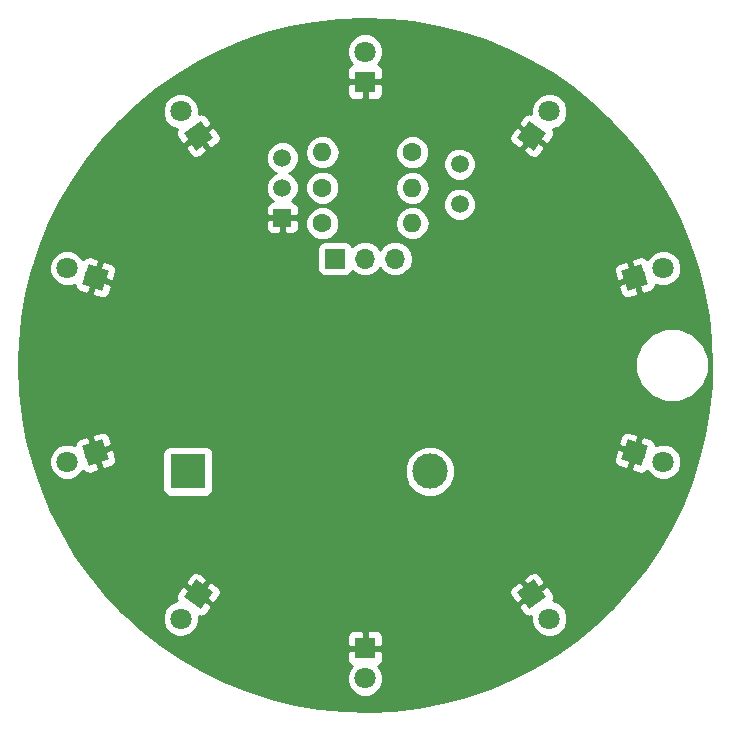
<source format=gtl>
G04 #@! TF.GenerationSoftware,KiCad,Pcbnew,(5.0.0)*
G04 #@! TF.CreationDate,2019-03-15T09:11:02+02:00*
G04 #@! TF.ProjectId,LED_badge,4C45445F62616467652E6B696361645F,rev?*
G04 #@! TF.SameCoordinates,Original*
G04 #@! TF.FileFunction,Copper,L1,Top,Signal*
G04 #@! TF.FilePolarity,Positive*
%FSLAX46Y46*%
G04 Gerber Fmt 4.6, Leading zero omitted, Abs format (unit mm)*
G04 Created by KiCad (PCBNEW (5.0.0)) date 03/15/19 09:11:02*
%MOMM*%
%LPD*%
G01*
G04 APERTURE LIST*
G04 #@! TA.AperFunction,ComponentPad*
%ADD10C,1.800000*%
G04 #@! TD*
G04 #@! TA.AperFunction,Conductor*
%ADD11C,0.100000*%
G04 #@! TD*
G04 #@! TA.AperFunction,ComponentPad*
%ADD12R,1.800000X1.800000*%
G04 #@! TD*
G04 #@! TA.AperFunction,ComponentPad*
%ADD13C,3.000000*%
G04 #@! TD*
G04 #@! TA.AperFunction,ComponentPad*
%ADD14R,3.000000X3.000000*%
G04 #@! TD*
G04 #@! TA.AperFunction,ComponentPad*
%ADD15C,1.500000*%
G04 #@! TD*
G04 #@! TA.AperFunction,ComponentPad*
%ADD16R,1.500000X1.500000*%
G04 #@! TD*
G04 #@! TA.AperFunction,ComponentPad*
%ADD17C,1.600000*%
G04 #@! TD*
G04 #@! TA.AperFunction,ComponentPad*
%ADD18O,1.600000X1.600000*%
G04 #@! TD*
G04 #@! TA.AperFunction,ComponentPad*
%ADD19R,1.700000X1.700000*%
G04 #@! TD*
G04 #@! TA.AperFunction,ComponentPad*
%ADD20O,1.700000X1.700000*%
G04 #@! TD*
G04 #@! TA.AperFunction,Conductor*
%ADD21C,0.254000*%
G04 #@! TD*
G04 APERTURE END LIST*
D10*
G04 #@! TO.P,D1,2*
G04 #@! TO.N,Net-(D1-Pad2)*
X152599821Y-58528689D03*
G04 #@! TO.P,D1,1*
G04 #@! TO.N,Net-(D1-Pad1)*
X151106846Y-60583592D03*
D11*
G04 #@! TD*
G04 #@! TO.N,Net-(D1-Pad1)*
G04 #@! TO.C,D1*
G36*
X151305955Y-61840714D02*
X149849724Y-60782701D01*
X150907737Y-59326470D01*
X152363968Y-60384483D01*
X151305955Y-61840714D01*
X151305955Y-61840714D01*
G37*
D10*
G04 #@! TO.P,D1,2*
G04 #@! TO.N,Net-(D1-Pad2)*
X162241040Y-71798689D03*
G04 #@! TO.P,D1,1*
G04 #@! TO.N,Net-(D1-Pad1)*
X159825356Y-72583592D03*
D11*
G04 #@! TD*
G04 #@! TO.N,Net-(D1-Pad1)*
G04 #@! TO.C,D1*
G36*
X159247520Y-73717658D02*
X158691290Y-72005756D01*
X160403192Y-71449526D01*
X160959422Y-73161428D01*
X159247520Y-73717658D01*
X159247520Y-73717658D01*
G37*
D10*
G04 #@! TO.P,D1,2*
G04 #@! TO.N,Net-(D1-Pad2)*
X162241040Y-88201311D03*
G04 #@! TO.P,D1,1*
G04 #@! TO.N,Net-(D1-Pad1)*
X159825356Y-87416408D03*
D11*
G04 #@! TD*
G04 #@! TO.N,Net-(D1-Pad1)*
G04 #@! TO.C,D1*
G36*
X158691290Y-87994244D02*
X159247520Y-86282342D01*
X160959422Y-86838572D01*
X160403192Y-88550474D01*
X158691290Y-87994244D01*
X158691290Y-87994244D01*
G37*
D10*
G04 #@! TO.P,D1,2*
G04 #@! TO.N,Net-(D1-Pad2)*
X152599821Y-101471311D03*
G04 #@! TO.P,D1,1*
G04 #@! TO.N,Net-(D1-Pad1)*
X151106846Y-99416408D03*
D11*
G04 #@! TD*
G04 #@! TO.N,Net-(D1-Pad1)*
G04 #@! TO.C,D1*
G36*
X149849724Y-99217299D02*
X151305955Y-98159286D01*
X152363968Y-99615517D01*
X150907737Y-100673530D01*
X149849724Y-99217299D01*
X149849724Y-99217299D01*
G37*
D10*
G04 #@! TO.P,D1,2*
G04 #@! TO.N,Net-(D1-Pad2)*
X137000000Y-106540000D03*
D12*
G04 #@! TO.P,D1,1*
G04 #@! TO.N,Net-(D1-Pad1)*
X137000000Y-104000000D03*
G04 #@! TD*
D10*
G04 #@! TO.P,D1,2*
G04 #@! TO.N,Net-(D1-Pad2)*
X121400179Y-101471311D03*
G04 #@! TO.P,D1,1*
G04 #@! TO.N,Net-(D1-Pad1)*
X122893154Y-99416408D03*
D11*
G04 #@! TD*
G04 #@! TO.N,Net-(D1-Pad1)*
G04 #@! TO.C,D1*
G36*
X122694045Y-98159286D02*
X124150276Y-99217299D01*
X123092263Y-100673530D01*
X121636032Y-99615517D01*
X122694045Y-98159286D01*
X122694045Y-98159286D01*
G37*
D10*
G04 #@! TO.P,D1,2*
G04 #@! TO.N,Net-(D1-Pad2)*
X111758960Y-88201311D03*
G04 #@! TO.P,D1,1*
G04 #@! TO.N,Net-(D1-Pad1)*
X114174644Y-87416408D03*
D11*
G04 #@! TD*
G04 #@! TO.N,Net-(D1-Pad1)*
G04 #@! TO.C,D1*
G36*
X114752480Y-86282342D02*
X115308710Y-87994244D01*
X113596808Y-88550474D01*
X113040578Y-86838572D01*
X114752480Y-86282342D01*
X114752480Y-86282342D01*
G37*
D10*
G04 #@! TO.P,D1,2*
G04 #@! TO.N,Net-(D1-Pad2)*
X111758960Y-71798689D03*
G04 #@! TO.P,D1,1*
G04 #@! TO.N,Net-(D1-Pad1)*
X114174644Y-72583592D03*
D11*
G04 #@! TD*
G04 #@! TO.N,Net-(D1-Pad1)*
G04 #@! TO.C,D1*
G36*
X115308710Y-72005756D02*
X114752480Y-73717658D01*
X113040578Y-73161428D01*
X113596808Y-71449526D01*
X115308710Y-72005756D01*
X115308710Y-72005756D01*
G37*
D10*
G04 #@! TO.P,D1,2*
G04 #@! TO.N,Net-(D1-Pad2)*
X121400179Y-58528689D03*
G04 #@! TO.P,D1,1*
G04 #@! TO.N,Net-(D1-Pad1)*
X122893154Y-60583592D03*
D11*
G04 #@! TD*
G04 #@! TO.N,Net-(D1-Pad1)*
G04 #@! TO.C,D1*
G36*
X124150276Y-60782701D02*
X122694045Y-61840714D01*
X121636032Y-60384483D01*
X123092263Y-59326470D01*
X124150276Y-60782701D01*
X124150276Y-60782701D01*
G37*
D13*
G04 #@! TO.P,BT1,2*
G04 #@! TO.N,Net-(BT1-Pad2)*
X142490000Y-89000000D03*
D14*
G04 #@! TO.P,BT1,1*
G04 #@! TO.N,Net-(BT1-Pad1)*
X122000000Y-89000000D03*
G04 #@! TD*
D15*
G04 #@! TO.P,Q1,2*
G04 #@! TO.N,Net-(Q1-Pad2)*
X130000000Y-65000000D03*
G04 #@! TO.P,Q1,3*
G04 #@! TO.N,Net-(BT1-Pad2)*
X130000000Y-62460000D03*
D16*
G04 #@! TO.P,Q1,1*
G04 #@! TO.N,Net-(D1-Pad1)*
X130000000Y-67540000D03*
G04 #@! TD*
D17*
G04 #@! TO.P,R1,1*
G04 #@! TO.N,Net-(R1-Pad1)*
X133380000Y-65000000D03*
D18*
G04 #@! TO.P,R1,2*
G04 #@! TO.N,Net-(R1-Pad2)*
X141000000Y-65000000D03*
G04 #@! TD*
D15*
G04 #@! TO.P,R2,1*
G04 #@! TO.N,Net-(R1-Pad2)*
X145000000Y-66400000D03*
G04 #@! TO.P,R2,2*
G04 #@! TO.N,Net-(BT1-Pad2)*
X145000000Y-63000000D03*
G04 #@! TD*
D18*
G04 #@! TO.P,R3,2*
G04 #@! TO.N,Net-(R1-Pad1)*
X133380000Y-62000000D03*
D17*
G04 #@! TO.P,R3,1*
G04 #@! TO.N,Net-(D1-Pad2)*
X141000000Y-62000000D03*
G04 #@! TD*
G04 #@! TO.P,R4,1*
G04 #@! TO.N,Net-(Q1-Pad2)*
X133380000Y-68000000D03*
D18*
G04 #@! TO.P,R4,2*
G04 #@! TO.N,Net-(R1-Pad2)*
X141000000Y-68000000D03*
G04 #@! TD*
D12*
G04 #@! TO.P,D1,1*
G04 #@! TO.N,Net-(D1-Pad1)*
X137000000Y-56000000D03*
D10*
G04 #@! TO.P,D1,2*
G04 #@! TO.N,Net-(D1-Pad2)*
X137000000Y-53460000D03*
G04 #@! TD*
D19*
G04 #@! TO.P,SW1,1*
G04 #@! TO.N,Net-(R1-Pad1)*
X134460000Y-71000000D03*
D20*
G04 #@! TO.P,SW1,2*
G04 #@! TO.N,Net-(BT1-Pad1)*
X137000000Y-71000000D03*
G04 #@! TO.P,SW1,3*
X139540000Y-71000000D03*
G04 #@! TD*
D21*
G04 #@! TO.N,Net-(D1-Pad1)*
G36*
X138993301Y-50761204D02*
X141078699Y-50978548D01*
X143143220Y-51344437D01*
X145176298Y-51856998D01*
X147167526Y-52513606D01*
X149106712Y-53310902D01*
X150983931Y-54244804D01*
X152789573Y-55310532D01*
X154514398Y-56502632D01*
X156149577Y-57815002D01*
X157686740Y-59240924D01*
X159118019Y-60773100D01*
X160436088Y-62403687D01*
X161634201Y-64124341D01*
X162706226Y-65926252D01*
X163646675Y-67800200D01*
X164450735Y-69736591D01*
X165114290Y-71725514D01*
X165633944Y-73756790D01*
X166007037Y-75820022D01*
X166231660Y-77904649D01*
X166306662Y-80000000D01*
X166258066Y-81687009D01*
X166062572Y-83774569D01*
X165718322Y-85842809D01*
X165227080Y-87881142D01*
X164591359Y-89879137D01*
X163814414Y-91826566D01*
X162900221Y-93713461D01*
X161853459Y-95530165D01*
X160679486Y-97267378D01*
X159384312Y-98916210D01*
X157974565Y-100468221D01*
X156457461Y-101915466D01*
X154840765Y-103250538D01*
X153132753Y-104466604D01*
X151342166Y-105557439D01*
X149478170Y-106517461D01*
X147550305Y-107341754D01*
X145568439Y-108026100D01*
X143542716Y-108566997D01*
X141483504Y-108961675D01*
X139401344Y-109208115D01*
X137306893Y-109305055D01*
X135210871Y-109251999D01*
X133124007Y-109049219D01*
X131056981Y-108697752D01*
X129020375Y-108199398D01*
X127024612Y-107556706D01*
X125079907Y-106772968D01*
X123196214Y-105852194D01*
X121383175Y-104799097D01*
X120629224Y-104285750D01*
X135465000Y-104285750D01*
X135465000Y-105026309D01*
X135561673Y-105259698D01*
X135740301Y-105438327D01*
X135875044Y-105494139D01*
X135698690Y-105670493D01*
X135465000Y-106234670D01*
X135465000Y-106845330D01*
X135698690Y-107409507D01*
X136130493Y-107841310D01*
X136694670Y-108075000D01*
X137305330Y-108075000D01*
X137869507Y-107841310D01*
X138301310Y-107409507D01*
X138535000Y-106845330D01*
X138535000Y-106234670D01*
X138301310Y-105670493D01*
X138124956Y-105494139D01*
X138259699Y-105438327D01*
X138438327Y-105259698D01*
X138535000Y-105026309D01*
X138535000Y-104285750D01*
X138376250Y-104127000D01*
X137127000Y-104127000D01*
X137127000Y-104147000D01*
X136873000Y-104147000D01*
X136873000Y-104127000D01*
X135623750Y-104127000D01*
X135465000Y-104285750D01*
X120629224Y-104285750D01*
X119650070Y-103619068D01*
X118005769Y-102318146D01*
X116746197Y-101165981D01*
X119865179Y-101165981D01*
X119865179Y-101776641D01*
X120098869Y-102340818D01*
X120530672Y-102772621D01*
X121094849Y-103006311D01*
X121705509Y-103006311D01*
X121784260Y-102973691D01*
X135465000Y-102973691D01*
X135465000Y-103714250D01*
X135623750Y-103873000D01*
X136873000Y-103873000D01*
X136873000Y-102623750D01*
X137127000Y-102623750D01*
X137127000Y-103873000D01*
X138376250Y-103873000D01*
X138535000Y-103714250D01*
X138535000Y-102973691D01*
X138438327Y-102740302D01*
X138259699Y-102561673D01*
X138026310Y-102465000D01*
X137285750Y-102465000D01*
X137127000Y-102623750D01*
X136873000Y-102623750D01*
X136714250Y-102465000D01*
X135973690Y-102465000D01*
X135740301Y-102561673D01*
X135561673Y-102740302D01*
X135465000Y-102973691D01*
X121784260Y-102973691D01*
X122269686Y-102772621D01*
X122701489Y-102340818D01*
X122935179Y-101776641D01*
X122935179Y-101288861D01*
X123066845Y-101320471D01*
X123316353Y-101280952D01*
X123531746Y-101148960D01*
X123967035Y-100549835D01*
X150032965Y-100549835D01*
X150468254Y-101148960D01*
X150683647Y-101280952D01*
X150933155Y-101320471D01*
X151064821Y-101288861D01*
X151064821Y-101776641D01*
X151298511Y-102340818D01*
X151730314Y-102772621D01*
X152294491Y-103006311D01*
X152905151Y-103006311D01*
X153469328Y-102772621D01*
X153901131Y-102340818D01*
X154134821Y-101776641D01*
X154134821Y-101165981D01*
X153901131Y-100601804D01*
X153469328Y-100170001D01*
X152910718Y-99938617D01*
X152971391Y-99839606D01*
X153010909Y-99590098D01*
X152951936Y-99344459D01*
X152516647Y-98745334D01*
X152294904Y-98710214D01*
X151284240Y-99444504D01*
X151295996Y-99460685D01*
X151090505Y-99609982D01*
X151078750Y-99593802D01*
X150068085Y-100328093D01*
X150032965Y-100549835D01*
X123967035Y-100549835D01*
X123931915Y-100328093D01*
X122921250Y-99593802D01*
X122909495Y-99609982D01*
X122704004Y-99460685D01*
X122715760Y-99444504D01*
X122638419Y-99388312D01*
X123070548Y-99388312D01*
X124081212Y-100122602D01*
X124302955Y-100087482D01*
X124738244Y-99488357D01*
X124797217Y-99242718D01*
X149202783Y-99242718D01*
X149261756Y-99488357D01*
X149697045Y-100087482D01*
X149918788Y-100122602D01*
X150929452Y-99388312D01*
X150195161Y-98377647D01*
X149973419Y-98342527D01*
X149578666Y-98629331D01*
X149374293Y-98777817D01*
X149242301Y-98993210D01*
X149202783Y-99242718D01*
X124797217Y-99242718D01*
X124757699Y-98993210D01*
X124625707Y-98777817D01*
X124421334Y-98629331D01*
X124026581Y-98342527D01*
X123804839Y-98377647D01*
X123070548Y-99388312D01*
X122638419Y-99388312D01*
X121705096Y-98710214D01*
X121483353Y-98745334D01*
X121048064Y-99344459D01*
X120989091Y-99590098D01*
X121028609Y-99839606D01*
X121089282Y-99938617D01*
X120530672Y-100170001D01*
X120098869Y-100601804D01*
X119865179Y-101165981D01*
X116746197Y-101165981D01*
X116458689Y-100902990D01*
X115016748Y-99380843D01*
X114116558Y-98282981D01*
X121819273Y-98282981D01*
X121854393Y-98504723D01*
X122865058Y-99239014D01*
X123599348Y-98228350D01*
X150400652Y-98228350D01*
X151134942Y-99239014D01*
X152145607Y-98504723D01*
X152180727Y-98282981D01*
X151745438Y-97683856D01*
X151530045Y-97551864D01*
X151280537Y-97512345D01*
X151034898Y-97571317D01*
X150830525Y-97719803D01*
X150435772Y-98006607D01*
X150400652Y-98228350D01*
X123599348Y-98228350D01*
X123564228Y-98006607D01*
X123169475Y-97719803D01*
X122965102Y-97571317D01*
X122719463Y-97512345D01*
X122469955Y-97551864D01*
X122254562Y-97683856D01*
X121819273Y-98282981D01*
X114116558Y-98282981D01*
X113687328Y-97759497D01*
X112477231Y-96047250D01*
X111392653Y-94252867D01*
X110439144Y-92385531D01*
X109621585Y-90454800D01*
X108944161Y-88470557D01*
X108792888Y-87895981D01*
X110223960Y-87895981D01*
X110223960Y-88506641D01*
X110457650Y-89070818D01*
X110889453Y-89502621D01*
X111453630Y-89736311D01*
X112064290Y-89736311D01*
X112628467Y-89502621D01*
X113060270Y-89070818D01*
X113107911Y-88955803D01*
X113195982Y-89058920D01*
X113421067Y-89173606D01*
X113672907Y-89193427D01*
X114377221Y-88964581D01*
X114479144Y-88764545D01*
X114093105Y-87576437D01*
X114074083Y-87582618D01*
X114046573Y-87497947D01*
X114334673Y-87497947D01*
X114720713Y-88686054D01*
X114920749Y-88787978D01*
X115625063Y-88559133D01*
X115817155Y-88395070D01*
X115931843Y-88169985D01*
X115951663Y-87918146D01*
X115873599Y-87677891D01*
X115815799Y-87500000D01*
X119852560Y-87500000D01*
X119852560Y-90500000D01*
X119901843Y-90747765D01*
X120042191Y-90957809D01*
X120252235Y-91098157D01*
X120500000Y-91147440D01*
X123500000Y-91147440D01*
X123747765Y-91098157D01*
X123957809Y-90957809D01*
X124098157Y-90747765D01*
X124147440Y-90500000D01*
X124147440Y-88575322D01*
X140355000Y-88575322D01*
X140355000Y-89424678D01*
X140680034Y-90209380D01*
X141280620Y-90809966D01*
X142065322Y-91135000D01*
X142914678Y-91135000D01*
X143699380Y-90809966D01*
X144299966Y-90209380D01*
X144625000Y-89424678D01*
X144625000Y-88575322D01*
X144352789Y-87918146D01*
X158048337Y-87918146D01*
X158068157Y-88169985D01*
X158182845Y-88395070D01*
X158374937Y-88559133D01*
X159079251Y-88787978D01*
X159125240Y-88764545D01*
X159520856Y-88764545D01*
X159622779Y-88964581D01*
X160327093Y-89193427D01*
X160578933Y-89173606D01*
X160804018Y-89058920D01*
X160892089Y-88955803D01*
X160939730Y-89070818D01*
X161371533Y-89502621D01*
X161935710Y-89736311D01*
X162546370Y-89736311D01*
X163110547Y-89502621D01*
X163542350Y-89070818D01*
X163776040Y-88506641D01*
X163776040Y-87895981D01*
X163542350Y-87331804D01*
X163110547Y-86900001D01*
X162546370Y-86666311D01*
X161935710Y-86666311D01*
X161593969Y-86807865D01*
X161582555Y-86662831D01*
X161467867Y-86437746D01*
X161275775Y-86273683D01*
X160571461Y-86044838D01*
X160371425Y-86146762D01*
X159985385Y-87334869D01*
X160004406Y-87341049D01*
X159925917Y-87582618D01*
X159906895Y-87576437D01*
X159520856Y-88764545D01*
X159125240Y-88764545D01*
X159279287Y-88686054D01*
X159665327Y-87497947D01*
X158477219Y-87111908D01*
X158277183Y-87213831D01*
X158126401Y-87677891D01*
X158048337Y-87918146D01*
X144352789Y-87918146D01*
X144299966Y-87790620D01*
X143699380Y-87190034D01*
X142914678Y-86865000D01*
X142065322Y-86865000D01*
X141280620Y-87190034D01*
X140680034Y-87790620D01*
X140355000Y-88575322D01*
X124147440Y-88575322D01*
X124147440Y-87500000D01*
X124098157Y-87252235D01*
X123957809Y-87042191D01*
X123747765Y-86901843D01*
X123500000Y-86852560D01*
X120500000Y-86852560D01*
X120252235Y-86901843D01*
X120042191Y-87042191D01*
X119901843Y-87252235D01*
X119852560Y-87500000D01*
X115815799Y-87500000D01*
X115722817Y-87213831D01*
X115522781Y-87111908D01*
X114334673Y-87497947D01*
X114046573Y-87497947D01*
X113995594Y-87341049D01*
X114014615Y-87334869D01*
X113628575Y-86146762D01*
X113474529Y-86068271D01*
X113870144Y-86068271D01*
X114256183Y-87256379D01*
X115444290Y-86870339D01*
X115546214Y-86670303D01*
X158453786Y-86670303D01*
X158555710Y-86870339D01*
X159743817Y-87256379D01*
X160129856Y-86068271D01*
X160027933Y-85868235D01*
X159323619Y-85639389D01*
X159071779Y-85659210D01*
X158846694Y-85773896D01*
X158682631Y-85965988D01*
X158604568Y-86206243D01*
X158453786Y-86670303D01*
X115546214Y-86670303D01*
X115395432Y-86206243D01*
X115317369Y-85965988D01*
X115153306Y-85773896D01*
X114928221Y-85659210D01*
X114676381Y-85639389D01*
X113972067Y-85868235D01*
X113870144Y-86068271D01*
X113474529Y-86068271D01*
X113428539Y-86044838D01*
X112724225Y-86273683D01*
X112532133Y-86437746D01*
X112417445Y-86662831D01*
X112406031Y-86807865D01*
X112064290Y-86666311D01*
X111453630Y-86666311D01*
X110889453Y-86900001D01*
X110457650Y-87331804D01*
X110223960Y-87895981D01*
X108792888Y-87895981D01*
X108410339Y-86442958D01*
X108022851Y-84382382D01*
X107783681Y-82299374D01*
X107694052Y-80204597D01*
X107717908Y-79376410D01*
X159865000Y-79376410D01*
X159865000Y-80623590D01*
X160342276Y-81775835D01*
X161224165Y-82657724D01*
X162376410Y-83135000D01*
X163623590Y-83135000D01*
X164775835Y-82657724D01*
X165657724Y-81775835D01*
X166135000Y-80623590D01*
X166135000Y-79376410D01*
X165657724Y-78224165D01*
X164775835Y-77342276D01*
X163623590Y-76865000D01*
X162376410Y-76865000D01*
X161224165Y-77342276D01*
X160342276Y-78224165D01*
X159865000Y-79376410D01*
X107717908Y-79376410D01*
X107754424Y-78108773D01*
X107964488Y-76022630D01*
X108323168Y-73956844D01*
X108828628Y-71921989D01*
X108968312Y-71493359D01*
X110223960Y-71493359D01*
X110223960Y-72104019D01*
X110457650Y-72668196D01*
X110889453Y-73099999D01*
X111453630Y-73333689D01*
X112064290Y-73333689D01*
X112406031Y-73192135D01*
X112417445Y-73337169D01*
X112532133Y-73562254D01*
X112724225Y-73726317D01*
X113428539Y-73955162D01*
X113474528Y-73931729D01*
X113870144Y-73931729D01*
X113972067Y-74131765D01*
X114676381Y-74360611D01*
X114928221Y-74340790D01*
X115153306Y-74226104D01*
X115317369Y-74034012D01*
X115395432Y-73793757D01*
X115546214Y-73329697D01*
X158453786Y-73329697D01*
X158604568Y-73793757D01*
X158682631Y-74034012D01*
X158846694Y-74226104D01*
X159071779Y-74340790D01*
X159323619Y-74360611D01*
X160027933Y-74131765D01*
X160129856Y-73931729D01*
X159743817Y-72743621D01*
X158555710Y-73129661D01*
X158453786Y-73329697D01*
X115546214Y-73329697D01*
X115444290Y-73129661D01*
X114256183Y-72743621D01*
X113870144Y-73931729D01*
X113474528Y-73931729D01*
X113628575Y-73853238D01*
X114014615Y-72665131D01*
X113995594Y-72658951D01*
X114046572Y-72502053D01*
X114334673Y-72502053D01*
X115522781Y-72888092D01*
X115722817Y-72786169D01*
X115873599Y-72322109D01*
X115951663Y-72081854D01*
X115931843Y-71830015D01*
X115817155Y-71604930D01*
X115625063Y-71440867D01*
X114920749Y-71212022D01*
X114720713Y-71313946D01*
X114334673Y-72502053D01*
X114046572Y-72502053D01*
X114074083Y-72417382D01*
X114093105Y-72423563D01*
X114479144Y-71235455D01*
X114377221Y-71035419D01*
X113672907Y-70806573D01*
X113421067Y-70826394D01*
X113195982Y-70941080D01*
X113107911Y-71044197D01*
X113060270Y-70929182D01*
X112628467Y-70497379D01*
X112064290Y-70263689D01*
X111453630Y-70263689D01*
X110889453Y-70497379D01*
X110457650Y-70929182D01*
X110223960Y-71493359D01*
X108968312Y-71493359D01*
X109406092Y-70150000D01*
X132962560Y-70150000D01*
X132962560Y-71850000D01*
X133011843Y-72097765D01*
X133152191Y-72307809D01*
X133362235Y-72448157D01*
X133610000Y-72497440D01*
X135310000Y-72497440D01*
X135557765Y-72448157D01*
X135767809Y-72307809D01*
X135908157Y-72097765D01*
X135917184Y-72052381D01*
X135929375Y-72070625D01*
X136420582Y-72398839D01*
X136853744Y-72485000D01*
X137146256Y-72485000D01*
X137579418Y-72398839D01*
X138070625Y-72070625D01*
X138270000Y-71772239D01*
X138469375Y-72070625D01*
X138960582Y-72398839D01*
X139393744Y-72485000D01*
X139686256Y-72485000D01*
X140119418Y-72398839D01*
X140593819Y-72081854D01*
X158048337Y-72081854D01*
X158126401Y-72322109D01*
X158277183Y-72786169D01*
X158477219Y-72888092D01*
X159665327Y-72502053D01*
X159279287Y-71313946D01*
X159125241Y-71235455D01*
X159520856Y-71235455D01*
X159906895Y-72423563D01*
X159925917Y-72417382D01*
X160004406Y-72658951D01*
X159985385Y-72665131D01*
X160371425Y-73853238D01*
X160571461Y-73955162D01*
X161275775Y-73726317D01*
X161467867Y-73562254D01*
X161582555Y-73337169D01*
X161593969Y-73192135D01*
X161935710Y-73333689D01*
X162546370Y-73333689D01*
X163110547Y-73099999D01*
X163542350Y-72668196D01*
X163776040Y-72104019D01*
X163776040Y-71493359D01*
X163542350Y-70929182D01*
X163110547Y-70497379D01*
X162546370Y-70263689D01*
X161935710Y-70263689D01*
X161371533Y-70497379D01*
X160939730Y-70929182D01*
X160892089Y-71044197D01*
X160804018Y-70941080D01*
X160578933Y-70826394D01*
X160327093Y-70806573D01*
X159622779Y-71035419D01*
X159520856Y-71235455D01*
X159125241Y-71235455D01*
X159079251Y-71212022D01*
X158374937Y-71440867D01*
X158182845Y-71604930D01*
X158068157Y-71830015D01*
X158048337Y-72081854D01*
X140593819Y-72081854D01*
X140610625Y-72070625D01*
X140938839Y-71579418D01*
X141054092Y-71000000D01*
X140938839Y-70420582D01*
X140610625Y-69929375D01*
X140119418Y-69601161D01*
X139686256Y-69515000D01*
X139393744Y-69515000D01*
X138960582Y-69601161D01*
X138469375Y-69929375D01*
X138270000Y-70227761D01*
X138070625Y-69929375D01*
X137579418Y-69601161D01*
X137146256Y-69515000D01*
X136853744Y-69515000D01*
X136420582Y-69601161D01*
X135929375Y-69929375D01*
X135917184Y-69947619D01*
X135908157Y-69902235D01*
X135767809Y-69692191D01*
X135557765Y-69551843D01*
X135310000Y-69502560D01*
X133610000Y-69502560D01*
X133362235Y-69551843D01*
X133152191Y-69692191D01*
X133011843Y-69902235D01*
X132962560Y-70150000D01*
X109406092Y-70150000D01*
X109478282Y-69928481D01*
X110268804Y-67986524D01*
X110348088Y-67825750D01*
X128615000Y-67825750D01*
X128615000Y-68416310D01*
X128711673Y-68649699D01*
X128890302Y-68828327D01*
X129123691Y-68925000D01*
X129714250Y-68925000D01*
X129873000Y-68766250D01*
X129873000Y-67667000D01*
X130127000Y-67667000D01*
X130127000Y-68766250D01*
X130285750Y-68925000D01*
X130876309Y-68925000D01*
X131109698Y-68828327D01*
X131288327Y-68649699D01*
X131385000Y-68416310D01*
X131385000Y-67825750D01*
X131273811Y-67714561D01*
X131945000Y-67714561D01*
X131945000Y-68285439D01*
X132163466Y-68812862D01*
X132567138Y-69216534D01*
X133094561Y-69435000D01*
X133665439Y-69435000D01*
X134192862Y-69216534D01*
X134596534Y-68812862D01*
X134815000Y-68285439D01*
X134815000Y-68000000D01*
X139536887Y-68000000D01*
X139648260Y-68559909D01*
X139965423Y-69034577D01*
X140440091Y-69351740D01*
X140858667Y-69435000D01*
X141141333Y-69435000D01*
X141559909Y-69351740D01*
X142034577Y-69034577D01*
X142351740Y-68559909D01*
X142463113Y-68000000D01*
X142351740Y-67440091D01*
X142034577Y-66965423D01*
X141559909Y-66648260D01*
X141141333Y-66565000D01*
X140858667Y-66565000D01*
X140440091Y-66648260D01*
X139965423Y-66965423D01*
X139648260Y-67440091D01*
X139536887Y-68000000D01*
X134815000Y-68000000D01*
X134815000Y-67714561D01*
X134596534Y-67187138D01*
X134192862Y-66783466D01*
X133665439Y-66565000D01*
X133094561Y-66565000D01*
X132567138Y-66783466D01*
X132163466Y-67187138D01*
X131945000Y-67714561D01*
X131273811Y-67714561D01*
X131226250Y-67667000D01*
X130127000Y-67667000D01*
X129873000Y-67667000D01*
X128773750Y-67667000D01*
X128615000Y-67825750D01*
X110348088Y-67825750D01*
X111196148Y-66106057D01*
X112255567Y-64296705D01*
X113441639Y-62567730D01*
X114119537Y-61717019D01*
X121819273Y-61717019D01*
X122254562Y-62316144D01*
X122469955Y-62448136D01*
X122719463Y-62487655D01*
X122965102Y-62428683D01*
X123169475Y-62280197D01*
X123301182Y-62184506D01*
X128615000Y-62184506D01*
X128615000Y-62735494D01*
X128825853Y-63244540D01*
X129215460Y-63634147D01*
X129446870Y-63730000D01*
X129215460Y-63825853D01*
X128825853Y-64215460D01*
X128615000Y-64724506D01*
X128615000Y-65275494D01*
X128825853Y-65784540D01*
X129196313Y-66155000D01*
X129123691Y-66155000D01*
X128890302Y-66251673D01*
X128711673Y-66430301D01*
X128615000Y-66663690D01*
X128615000Y-67254250D01*
X128773750Y-67413000D01*
X129873000Y-67413000D01*
X129873000Y-67393000D01*
X130127000Y-67393000D01*
X130127000Y-67413000D01*
X131226250Y-67413000D01*
X131385000Y-67254250D01*
X131385000Y-66663690D01*
X131288327Y-66430301D01*
X131109698Y-66251673D01*
X130876309Y-66155000D01*
X130803687Y-66155000D01*
X131174147Y-65784540D01*
X131385000Y-65275494D01*
X131385000Y-64724506D01*
X131380881Y-64714561D01*
X131945000Y-64714561D01*
X131945000Y-65285439D01*
X132163466Y-65812862D01*
X132567138Y-66216534D01*
X133094561Y-66435000D01*
X133665439Y-66435000D01*
X134192862Y-66216534D01*
X134596534Y-65812862D01*
X134815000Y-65285439D01*
X134815000Y-65000000D01*
X139536887Y-65000000D01*
X139648260Y-65559909D01*
X139965423Y-66034577D01*
X140440091Y-66351740D01*
X140858667Y-66435000D01*
X141141333Y-66435000D01*
X141559909Y-66351740D01*
X141899988Y-66124506D01*
X143615000Y-66124506D01*
X143615000Y-66675494D01*
X143825853Y-67184540D01*
X144215460Y-67574147D01*
X144724506Y-67785000D01*
X145275494Y-67785000D01*
X145784540Y-67574147D01*
X146174147Y-67184540D01*
X146385000Y-66675494D01*
X146385000Y-66124506D01*
X146174147Y-65615460D01*
X145784540Y-65225853D01*
X145275494Y-65015000D01*
X144724506Y-65015000D01*
X144215460Y-65225853D01*
X143825853Y-65615460D01*
X143615000Y-66124506D01*
X141899988Y-66124506D01*
X142034577Y-66034577D01*
X142351740Y-65559909D01*
X142463113Y-65000000D01*
X142351740Y-64440091D01*
X142034577Y-63965423D01*
X141559909Y-63648260D01*
X141141333Y-63565000D01*
X140858667Y-63565000D01*
X140440091Y-63648260D01*
X139965423Y-63965423D01*
X139648260Y-64440091D01*
X139536887Y-65000000D01*
X134815000Y-65000000D01*
X134815000Y-64714561D01*
X134596534Y-64187138D01*
X134192862Y-63783466D01*
X133665439Y-63565000D01*
X133094561Y-63565000D01*
X132567138Y-63783466D01*
X132163466Y-64187138D01*
X131945000Y-64714561D01*
X131380881Y-64714561D01*
X131174147Y-64215460D01*
X130784540Y-63825853D01*
X130553130Y-63730000D01*
X130784540Y-63634147D01*
X131174147Y-63244540D01*
X131385000Y-62735494D01*
X131385000Y-62184506D01*
X131308576Y-62000000D01*
X131916887Y-62000000D01*
X132028260Y-62559909D01*
X132345423Y-63034577D01*
X132820091Y-63351740D01*
X133238667Y-63435000D01*
X133521333Y-63435000D01*
X133939909Y-63351740D01*
X134414577Y-63034577D01*
X134731740Y-62559909D01*
X134843113Y-62000000D01*
X134786336Y-61714561D01*
X139565000Y-61714561D01*
X139565000Y-62285439D01*
X139783466Y-62812862D01*
X140187138Y-63216534D01*
X140714561Y-63435000D01*
X141285439Y-63435000D01*
X141812862Y-63216534D01*
X142216534Y-62812862D01*
X142253132Y-62724506D01*
X143615000Y-62724506D01*
X143615000Y-63275494D01*
X143825853Y-63784540D01*
X144215460Y-64174147D01*
X144724506Y-64385000D01*
X145275494Y-64385000D01*
X145784540Y-64174147D01*
X146174147Y-63784540D01*
X146385000Y-63275494D01*
X146385000Y-62724506D01*
X146174147Y-62215460D01*
X145784540Y-61825853D01*
X145653682Y-61771650D01*
X150400652Y-61771650D01*
X150435772Y-61993393D01*
X150830525Y-62280197D01*
X151034898Y-62428683D01*
X151280537Y-62487655D01*
X151530045Y-62448136D01*
X151745438Y-62316144D01*
X152180727Y-61717019D01*
X152145607Y-61495277D01*
X151134942Y-60760986D01*
X150400652Y-61771650D01*
X145653682Y-61771650D01*
X145275494Y-61615000D01*
X144724506Y-61615000D01*
X144215460Y-61825853D01*
X143825853Y-62215460D01*
X143615000Y-62724506D01*
X142253132Y-62724506D01*
X142435000Y-62285439D01*
X142435000Y-61714561D01*
X142216534Y-61187138D01*
X141812862Y-60783466D01*
X141749649Y-60757282D01*
X149202783Y-60757282D01*
X149242301Y-61006790D01*
X149374293Y-61222183D01*
X149578666Y-61370669D01*
X149973419Y-61657473D01*
X150195161Y-61622353D01*
X150929452Y-60611688D01*
X149918788Y-59877398D01*
X149697045Y-59912518D01*
X149261756Y-60511643D01*
X149202783Y-60757282D01*
X141749649Y-60757282D01*
X141285439Y-60565000D01*
X140714561Y-60565000D01*
X140187138Y-60783466D01*
X139783466Y-61187138D01*
X139565000Y-61714561D01*
X134786336Y-61714561D01*
X134731740Y-61440091D01*
X134414577Y-60965423D01*
X133939909Y-60648260D01*
X133521333Y-60565000D01*
X133238667Y-60565000D01*
X132820091Y-60648260D01*
X132345423Y-60965423D01*
X132028260Y-61440091D01*
X131916887Y-62000000D01*
X131308576Y-62000000D01*
X131174147Y-61675460D01*
X130784540Y-61285853D01*
X130275494Y-61075000D01*
X129724506Y-61075000D01*
X129215460Y-61285853D01*
X128825853Y-61675460D01*
X128615000Y-62184506D01*
X123301182Y-62184506D01*
X123564228Y-61993393D01*
X123599348Y-61771650D01*
X122865058Y-60760986D01*
X121854393Y-61495277D01*
X121819273Y-61717019D01*
X114119537Y-61717019D01*
X114748292Y-60927980D01*
X116168840Y-59385849D01*
X117404604Y-58223359D01*
X119865179Y-58223359D01*
X119865179Y-58834019D01*
X120098869Y-59398196D01*
X120530672Y-59829999D01*
X121089282Y-60061383D01*
X121028609Y-60160394D01*
X120989091Y-60409902D01*
X121048064Y-60655541D01*
X121483353Y-61254666D01*
X121705096Y-61289786D01*
X122638418Y-60611688D01*
X123070548Y-60611688D01*
X123804839Y-61622353D01*
X124026581Y-61657473D01*
X124421334Y-61370669D01*
X124625707Y-61222183D01*
X124757699Y-61006790D01*
X124797217Y-60757282D01*
X124738244Y-60511643D01*
X124302955Y-59912518D01*
X124081212Y-59877398D01*
X123070548Y-60611688D01*
X122638418Y-60611688D01*
X122715760Y-60555496D01*
X122704004Y-60539315D01*
X122909495Y-60390018D01*
X122921250Y-60406198D01*
X123931915Y-59671907D01*
X123967035Y-59450165D01*
X150032965Y-59450165D01*
X150068085Y-59671907D01*
X151078750Y-60406198D01*
X151090505Y-60390018D01*
X151295996Y-60539315D01*
X151284240Y-60555496D01*
X152294904Y-61289786D01*
X152516647Y-61254666D01*
X152951936Y-60655541D01*
X153010909Y-60409902D01*
X152971391Y-60160394D01*
X152910718Y-60061383D01*
X153469328Y-59829999D01*
X153901131Y-59398196D01*
X154134821Y-58834019D01*
X154134821Y-58223359D01*
X153901131Y-57659182D01*
X153469328Y-57227379D01*
X152905151Y-56993689D01*
X152294491Y-56993689D01*
X151730314Y-57227379D01*
X151298511Y-57659182D01*
X151064821Y-58223359D01*
X151064821Y-58711139D01*
X150933155Y-58679529D01*
X150683647Y-58719048D01*
X150468254Y-58851040D01*
X150032965Y-59450165D01*
X123967035Y-59450165D01*
X123531746Y-58851040D01*
X123316353Y-58719048D01*
X123066845Y-58679529D01*
X122935179Y-58711139D01*
X122935179Y-58223359D01*
X122701489Y-57659182D01*
X122269686Y-57227379D01*
X121705509Y-56993689D01*
X121094849Y-56993689D01*
X120530672Y-57227379D01*
X120098869Y-57659182D01*
X119865179Y-58223359D01*
X117404604Y-58223359D01*
X117696011Y-57949231D01*
X119321987Y-56625477D01*
X119806267Y-56285750D01*
X135465000Y-56285750D01*
X135465000Y-57026309D01*
X135561673Y-57259698D01*
X135740301Y-57438327D01*
X135973690Y-57535000D01*
X136714250Y-57535000D01*
X136873000Y-57376250D01*
X136873000Y-56127000D01*
X137127000Y-56127000D01*
X137127000Y-57376250D01*
X137285750Y-57535000D01*
X138026310Y-57535000D01*
X138259699Y-57438327D01*
X138438327Y-57259698D01*
X138535000Y-57026309D01*
X138535000Y-56285750D01*
X138376250Y-56127000D01*
X137127000Y-56127000D01*
X136873000Y-56127000D01*
X135623750Y-56127000D01*
X135465000Y-56285750D01*
X119806267Y-56285750D01*
X121038448Y-55421365D01*
X122836607Y-54343057D01*
X124707260Y-53396072D01*
X125282938Y-53154670D01*
X135465000Y-53154670D01*
X135465000Y-53765330D01*
X135698690Y-54329507D01*
X135875044Y-54505861D01*
X135740301Y-54561673D01*
X135561673Y-54740302D01*
X135465000Y-54973691D01*
X135465000Y-55714250D01*
X135623750Y-55873000D01*
X136873000Y-55873000D01*
X136873000Y-55853000D01*
X137127000Y-55853000D01*
X137127000Y-55873000D01*
X138376250Y-55873000D01*
X138535000Y-55714250D01*
X138535000Y-54973691D01*
X138438327Y-54740302D01*
X138259699Y-54561673D01*
X138124956Y-54505861D01*
X138301310Y-54329507D01*
X138535000Y-53765330D01*
X138535000Y-53154670D01*
X138301310Y-52590493D01*
X137869507Y-52158690D01*
X137305330Y-51925000D01*
X136694670Y-51925000D01*
X136130493Y-52158690D01*
X135698690Y-52590493D01*
X135465000Y-53154670D01*
X125282938Y-53154670D01*
X126640832Y-52585258D01*
X128627428Y-51914764D01*
X130656877Y-51388023D01*
X132718794Y-51007730D01*
X134802624Y-50775832D01*
X136897701Y-50693517D01*
X138993301Y-50761204D01*
X138993301Y-50761204D01*
G37*
X138993301Y-50761204D02*
X141078699Y-50978548D01*
X143143220Y-51344437D01*
X145176298Y-51856998D01*
X147167526Y-52513606D01*
X149106712Y-53310902D01*
X150983931Y-54244804D01*
X152789573Y-55310532D01*
X154514398Y-56502632D01*
X156149577Y-57815002D01*
X157686740Y-59240924D01*
X159118019Y-60773100D01*
X160436088Y-62403687D01*
X161634201Y-64124341D01*
X162706226Y-65926252D01*
X163646675Y-67800200D01*
X164450735Y-69736591D01*
X165114290Y-71725514D01*
X165633944Y-73756790D01*
X166007037Y-75820022D01*
X166231660Y-77904649D01*
X166306662Y-80000000D01*
X166258066Y-81687009D01*
X166062572Y-83774569D01*
X165718322Y-85842809D01*
X165227080Y-87881142D01*
X164591359Y-89879137D01*
X163814414Y-91826566D01*
X162900221Y-93713461D01*
X161853459Y-95530165D01*
X160679486Y-97267378D01*
X159384312Y-98916210D01*
X157974565Y-100468221D01*
X156457461Y-101915466D01*
X154840765Y-103250538D01*
X153132753Y-104466604D01*
X151342166Y-105557439D01*
X149478170Y-106517461D01*
X147550305Y-107341754D01*
X145568439Y-108026100D01*
X143542716Y-108566997D01*
X141483504Y-108961675D01*
X139401344Y-109208115D01*
X137306893Y-109305055D01*
X135210871Y-109251999D01*
X133124007Y-109049219D01*
X131056981Y-108697752D01*
X129020375Y-108199398D01*
X127024612Y-107556706D01*
X125079907Y-106772968D01*
X123196214Y-105852194D01*
X121383175Y-104799097D01*
X120629224Y-104285750D01*
X135465000Y-104285750D01*
X135465000Y-105026309D01*
X135561673Y-105259698D01*
X135740301Y-105438327D01*
X135875044Y-105494139D01*
X135698690Y-105670493D01*
X135465000Y-106234670D01*
X135465000Y-106845330D01*
X135698690Y-107409507D01*
X136130493Y-107841310D01*
X136694670Y-108075000D01*
X137305330Y-108075000D01*
X137869507Y-107841310D01*
X138301310Y-107409507D01*
X138535000Y-106845330D01*
X138535000Y-106234670D01*
X138301310Y-105670493D01*
X138124956Y-105494139D01*
X138259699Y-105438327D01*
X138438327Y-105259698D01*
X138535000Y-105026309D01*
X138535000Y-104285750D01*
X138376250Y-104127000D01*
X137127000Y-104127000D01*
X137127000Y-104147000D01*
X136873000Y-104147000D01*
X136873000Y-104127000D01*
X135623750Y-104127000D01*
X135465000Y-104285750D01*
X120629224Y-104285750D01*
X119650070Y-103619068D01*
X118005769Y-102318146D01*
X116746197Y-101165981D01*
X119865179Y-101165981D01*
X119865179Y-101776641D01*
X120098869Y-102340818D01*
X120530672Y-102772621D01*
X121094849Y-103006311D01*
X121705509Y-103006311D01*
X121784260Y-102973691D01*
X135465000Y-102973691D01*
X135465000Y-103714250D01*
X135623750Y-103873000D01*
X136873000Y-103873000D01*
X136873000Y-102623750D01*
X137127000Y-102623750D01*
X137127000Y-103873000D01*
X138376250Y-103873000D01*
X138535000Y-103714250D01*
X138535000Y-102973691D01*
X138438327Y-102740302D01*
X138259699Y-102561673D01*
X138026310Y-102465000D01*
X137285750Y-102465000D01*
X137127000Y-102623750D01*
X136873000Y-102623750D01*
X136714250Y-102465000D01*
X135973690Y-102465000D01*
X135740301Y-102561673D01*
X135561673Y-102740302D01*
X135465000Y-102973691D01*
X121784260Y-102973691D01*
X122269686Y-102772621D01*
X122701489Y-102340818D01*
X122935179Y-101776641D01*
X122935179Y-101288861D01*
X123066845Y-101320471D01*
X123316353Y-101280952D01*
X123531746Y-101148960D01*
X123967035Y-100549835D01*
X150032965Y-100549835D01*
X150468254Y-101148960D01*
X150683647Y-101280952D01*
X150933155Y-101320471D01*
X151064821Y-101288861D01*
X151064821Y-101776641D01*
X151298511Y-102340818D01*
X151730314Y-102772621D01*
X152294491Y-103006311D01*
X152905151Y-103006311D01*
X153469328Y-102772621D01*
X153901131Y-102340818D01*
X154134821Y-101776641D01*
X154134821Y-101165981D01*
X153901131Y-100601804D01*
X153469328Y-100170001D01*
X152910718Y-99938617D01*
X152971391Y-99839606D01*
X153010909Y-99590098D01*
X152951936Y-99344459D01*
X152516647Y-98745334D01*
X152294904Y-98710214D01*
X151284240Y-99444504D01*
X151295996Y-99460685D01*
X151090505Y-99609982D01*
X151078750Y-99593802D01*
X150068085Y-100328093D01*
X150032965Y-100549835D01*
X123967035Y-100549835D01*
X123931915Y-100328093D01*
X122921250Y-99593802D01*
X122909495Y-99609982D01*
X122704004Y-99460685D01*
X122715760Y-99444504D01*
X122638419Y-99388312D01*
X123070548Y-99388312D01*
X124081212Y-100122602D01*
X124302955Y-100087482D01*
X124738244Y-99488357D01*
X124797217Y-99242718D01*
X149202783Y-99242718D01*
X149261756Y-99488357D01*
X149697045Y-100087482D01*
X149918788Y-100122602D01*
X150929452Y-99388312D01*
X150195161Y-98377647D01*
X149973419Y-98342527D01*
X149578666Y-98629331D01*
X149374293Y-98777817D01*
X149242301Y-98993210D01*
X149202783Y-99242718D01*
X124797217Y-99242718D01*
X124757699Y-98993210D01*
X124625707Y-98777817D01*
X124421334Y-98629331D01*
X124026581Y-98342527D01*
X123804839Y-98377647D01*
X123070548Y-99388312D01*
X122638419Y-99388312D01*
X121705096Y-98710214D01*
X121483353Y-98745334D01*
X121048064Y-99344459D01*
X120989091Y-99590098D01*
X121028609Y-99839606D01*
X121089282Y-99938617D01*
X120530672Y-100170001D01*
X120098869Y-100601804D01*
X119865179Y-101165981D01*
X116746197Y-101165981D01*
X116458689Y-100902990D01*
X115016748Y-99380843D01*
X114116558Y-98282981D01*
X121819273Y-98282981D01*
X121854393Y-98504723D01*
X122865058Y-99239014D01*
X123599348Y-98228350D01*
X150400652Y-98228350D01*
X151134942Y-99239014D01*
X152145607Y-98504723D01*
X152180727Y-98282981D01*
X151745438Y-97683856D01*
X151530045Y-97551864D01*
X151280537Y-97512345D01*
X151034898Y-97571317D01*
X150830525Y-97719803D01*
X150435772Y-98006607D01*
X150400652Y-98228350D01*
X123599348Y-98228350D01*
X123564228Y-98006607D01*
X123169475Y-97719803D01*
X122965102Y-97571317D01*
X122719463Y-97512345D01*
X122469955Y-97551864D01*
X122254562Y-97683856D01*
X121819273Y-98282981D01*
X114116558Y-98282981D01*
X113687328Y-97759497D01*
X112477231Y-96047250D01*
X111392653Y-94252867D01*
X110439144Y-92385531D01*
X109621585Y-90454800D01*
X108944161Y-88470557D01*
X108792888Y-87895981D01*
X110223960Y-87895981D01*
X110223960Y-88506641D01*
X110457650Y-89070818D01*
X110889453Y-89502621D01*
X111453630Y-89736311D01*
X112064290Y-89736311D01*
X112628467Y-89502621D01*
X113060270Y-89070818D01*
X113107911Y-88955803D01*
X113195982Y-89058920D01*
X113421067Y-89173606D01*
X113672907Y-89193427D01*
X114377221Y-88964581D01*
X114479144Y-88764545D01*
X114093105Y-87576437D01*
X114074083Y-87582618D01*
X114046573Y-87497947D01*
X114334673Y-87497947D01*
X114720713Y-88686054D01*
X114920749Y-88787978D01*
X115625063Y-88559133D01*
X115817155Y-88395070D01*
X115931843Y-88169985D01*
X115951663Y-87918146D01*
X115873599Y-87677891D01*
X115815799Y-87500000D01*
X119852560Y-87500000D01*
X119852560Y-90500000D01*
X119901843Y-90747765D01*
X120042191Y-90957809D01*
X120252235Y-91098157D01*
X120500000Y-91147440D01*
X123500000Y-91147440D01*
X123747765Y-91098157D01*
X123957809Y-90957809D01*
X124098157Y-90747765D01*
X124147440Y-90500000D01*
X124147440Y-88575322D01*
X140355000Y-88575322D01*
X140355000Y-89424678D01*
X140680034Y-90209380D01*
X141280620Y-90809966D01*
X142065322Y-91135000D01*
X142914678Y-91135000D01*
X143699380Y-90809966D01*
X144299966Y-90209380D01*
X144625000Y-89424678D01*
X144625000Y-88575322D01*
X144352789Y-87918146D01*
X158048337Y-87918146D01*
X158068157Y-88169985D01*
X158182845Y-88395070D01*
X158374937Y-88559133D01*
X159079251Y-88787978D01*
X159125240Y-88764545D01*
X159520856Y-88764545D01*
X159622779Y-88964581D01*
X160327093Y-89193427D01*
X160578933Y-89173606D01*
X160804018Y-89058920D01*
X160892089Y-88955803D01*
X160939730Y-89070818D01*
X161371533Y-89502621D01*
X161935710Y-89736311D01*
X162546370Y-89736311D01*
X163110547Y-89502621D01*
X163542350Y-89070818D01*
X163776040Y-88506641D01*
X163776040Y-87895981D01*
X163542350Y-87331804D01*
X163110547Y-86900001D01*
X162546370Y-86666311D01*
X161935710Y-86666311D01*
X161593969Y-86807865D01*
X161582555Y-86662831D01*
X161467867Y-86437746D01*
X161275775Y-86273683D01*
X160571461Y-86044838D01*
X160371425Y-86146762D01*
X159985385Y-87334869D01*
X160004406Y-87341049D01*
X159925917Y-87582618D01*
X159906895Y-87576437D01*
X159520856Y-88764545D01*
X159125240Y-88764545D01*
X159279287Y-88686054D01*
X159665327Y-87497947D01*
X158477219Y-87111908D01*
X158277183Y-87213831D01*
X158126401Y-87677891D01*
X158048337Y-87918146D01*
X144352789Y-87918146D01*
X144299966Y-87790620D01*
X143699380Y-87190034D01*
X142914678Y-86865000D01*
X142065322Y-86865000D01*
X141280620Y-87190034D01*
X140680034Y-87790620D01*
X140355000Y-88575322D01*
X124147440Y-88575322D01*
X124147440Y-87500000D01*
X124098157Y-87252235D01*
X123957809Y-87042191D01*
X123747765Y-86901843D01*
X123500000Y-86852560D01*
X120500000Y-86852560D01*
X120252235Y-86901843D01*
X120042191Y-87042191D01*
X119901843Y-87252235D01*
X119852560Y-87500000D01*
X115815799Y-87500000D01*
X115722817Y-87213831D01*
X115522781Y-87111908D01*
X114334673Y-87497947D01*
X114046573Y-87497947D01*
X113995594Y-87341049D01*
X114014615Y-87334869D01*
X113628575Y-86146762D01*
X113474529Y-86068271D01*
X113870144Y-86068271D01*
X114256183Y-87256379D01*
X115444290Y-86870339D01*
X115546214Y-86670303D01*
X158453786Y-86670303D01*
X158555710Y-86870339D01*
X159743817Y-87256379D01*
X160129856Y-86068271D01*
X160027933Y-85868235D01*
X159323619Y-85639389D01*
X159071779Y-85659210D01*
X158846694Y-85773896D01*
X158682631Y-85965988D01*
X158604568Y-86206243D01*
X158453786Y-86670303D01*
X115546214Y-86670303D01*
X115395432Y-86206243D01*
X115317369Y-85965988D01*
X115153306Y-85773896D01*
X114928221Y-85659210D01*
X114676381Y-85639389D01*
X113972067Y-85868235D01*
X113870144Y-86068271D01*
X113474529Y-86068271D01*
X113428539Y-86044838D01*
X112724225Y-86273683D01*
X112532133Y-86437746D01*
X112417445Y-86662831D01*
X112406031Y-86807865D01*
X112064290Y-86666311D01*
X111453630Y-86666311D01*
X110889453Y-86900001D01*
X110457650Y-87331804D01*
X110223960Y-87895981D01*
X108792888Y-87895981D01*
X108410339Y-86442958D01*
X108022851Y-84382382D01*
X107783681Y-82299374D01*
X107694052Y-80204597D01*
X107717908Y-79376410D01*
X159865000Y-79376410D01*
X159865000Y-80623590D01*
X160342276Y-81775835D01*
X161224165Y-82657724D01*
X162376410Y-83135000D01*
X163623590Y-83135000D01*
X164775835Y-82657724D01*
X165657724Y-81775835D01*
X166135000Y-80623590D01*
X166135000Y-79376410D01*
X165657724Y-78224165D01*
X164775835Y-77342276D01*
X163623590Y-76865000D01*
X162376410Y-76865000D01*
X161224165Y-77342276D01*
X160342276Y-78224165D01*
X159865000Y-79376410D01*
X107717908Y-79376410D01*
X107754424Y-78108773D01*
X107964488Y-76022630D01*
X108323168Y-73956844D01*
X108828628Y-71921989D01*
X108968312Y-71493359D01*
X110223960Y-71493359D01*
X110223960Y-72104019D01*
X110457650Y-72668196D01*
X110889453Y-73099999D01*
X111453630Y-73333689D01*
X112064290Y-73333689D01*
X112406031Y-73192135D01*
X112417445Y-73337169D01*
X112532133Y-73562254D01*
X112724225Y-73726317D01*
X113428539Y-73955162D01*
X113474528Y-73931729D01*
X113870144Y-73931729D01*
X113972067Y-74131765D01*
X114676381Y-74360611D01*
X114928221Y-74340790D01*
X115153306Y-74226104D01*
X115317369Y-74034012D01*
X115395432Y-73793757D01*
X115546214Y-73329697D01*
X158453786Y-73329697D01*
X158604568Y-73793757D01*
X158682631Y-74034012D01*
X158846694Y-74226104D01*
X159071779Y-74340790D01*
X159323619Y-74360611D01*
X160027933Y-74131765D01*
X160129856Y-73931729D01*
X159743817Y-72743621D01*
X158555710Y-73129661D01*
X158453786Y-73329697D01*
X115546214Y-73329697D01*
X115444290Y-73129661D01*
X114256183Y-72743621D01*
X113870144Y-73931729D01*
X113474528Y-73931729D01*
X113628575Y-73853238D01*
X114014615Y-72665131D01*
X113995594Y-72658951D01*
X114046572Y-72502053D01*
X114334673Y-72502053D01*
X115522781Y-72888092D01*
X115722817Y-72786169D01*
X115873599Y-72322109D01*
X115951663Y-72081854D01*
X115931843Y-71830015D01*
X115817155Y-71604930D01*
X115625063Y-71440867D01*
X114920749Y-71212022D01*
X114720713Y-71313946D01*
X114334673Y-72502053D01*
X114046572Y-72502053D01*
X114074083Y-72417382D01*
X114093105Y-72423563D01*
X114479144Y-71235455D01*
X114377221Y-71035419D01*
X113672907Y-70806573D01*
X113421067Y-70826394D01*
X113195982Y-70941080D01*
X113107911Y-71044197D01*
X113060270Y-70929182D01*
X112628467Y-70497379D01*
X112064290Y-70263689D01*
X111453630Y-70263689D01*
X110889453Y-70497379D01*
X110457650Y-70929182D01*
X110223960Y-71493359D01*
X108968312Y-71493359D01*
X109406092Y-70150000D01*
X132962560Y-70150000D01*
X132962560Y-71850000D01*
X133011843Y-72097765D01*
X133152191Y-72307809D01*
X133362235Y-72448157D01*
X133610000Y-72497440D01*
X135310000Y-72497440D01*
X135557765Y-72448157D01*
X135767809Y-72307809D01*
X135908157Y-72097765D01*
X135917184Y-72052381D01*
X135929375Y-72070625D01*
X136420582Y-72398839D01*
X136853744Y-72485000D01*
X137146256Y-72485000D01*
X137579418Y-72398839D01*
X138070625Y-72070625D01*
X138270000Y-71772239D01*
X138469375Y-72070625D01*
X138960582Y-72398839D01*
X139393744Y-72485000D01*
X139686256Y-72485000D01*
X140119418Y-72398839D01*
X140593819Y-72081854D01*
X158048337Y-72081854D01*
X158126401Y-72322109D01*
X158277183Y-72786169D01*
X158477219Y-72888092D01*
X159665327Y-72502053D01*
X159279287Y-71313946D01*
X159125241Y-71235455D01*
X159520856Y-71235455D01*
X159906895Y-72423563D01*
X159925917Y-72417382D01*
X160004406Y-72658951D01*
X159985385Y-72665131D01*
X160371425Y-73853238D01*
X160571461Y-73955162D01*
X161275775Y-73726317D01*
X161467867Y-73562254D01*
X161582555Y-73337169D01*
X161593969Y-73192135D01*
X161935710Y-73333689D01*
X162546370Y-73333689D01*
X163110547Y-73099999D01*
X163542350Y-72668196D01*
X163776040Y-72104019D01*
X163776040Y-71493359D01*
X163542350Y-70929182D01*
X163110547Y-70497379D01*
X162546370Y-70263689D01*
X161935710Y-70263689D01*
X161371533Y-70497379D01*
X160939730Y-70929182D01*
X160892089Y-71044197D01*
X160804018Y-70941080D01*
X160578933Y-70826394D01*
X160327093Y-70806573D01*
X159622779Y-71035419D01*
X159520856Y-71235455D01*
X159125241Y-71235455D01*
X159079251Y-71212022D01*
X158374937Y-71440867D01*
X158182845Y-71604930D01*
X158068157Y-71830015D01*
X158048337Y-72081854D01*
X140593819Y-72081854D01*
X140610625Y-72070625D01*
X140938839Y-71579418D01*
X141054092Y-71000000D01*
X140938839Y-70420582D01*
X140610625Y-69929375D01*
X140119418Y-69601161D01*
X139686256Y-69515000D01*
X139393744Y-69515000D01*
X138960582Y-69601161D01*
X138469375Y-69929375D01*
X138270000Y-70227761D01*
X138070625Y-69929375D01*
X137579418Y-69601161D01*
X137146256Y-69515000D01*
X136853744Y-69515000D01*
X136420582Y-69601161D01*
X135929375Y-69929375D01*
X135917184Y-69947619D01*
X135908157Y-69902235D01*
X135767809Y-69692191D01*
X135557765Y-69551843D01*
X135310000Y-69502560D01*
X133610000Y-69502560D01*
X133362235Y-69551843D01*
X133152191Y-69692191D01*
X133011843Y-69902235D01*
X132962560Y-70150000D01*
X109406092Y-70150000D01*
X109478282Y-69928481D01*
X110268804Y-67986524D01*
X110348088Y-67825750D01*
X128615000Y-67825750D01*
X128615000Y-68416310D01*
X128711673Y-68649699D01*
X128890302Y-68828327D01*
X129123691Y-68925000D01*
X129714250Y-68925000D01*
X129873000Y-68766250D01*
X129873000Y-67667000D01*
X130127000Y-67667000D01*
X130127000Y-68766250D01*
X130285750Y-68925000D01*
X130876309Y-68925000D01*
X131109698Y-68828327D01*
X131288327Y-68649699D01*
X131385000Y-68416310D01*
X131385000Y-67825750D01*
X131273811Y-67714561D01*
X131945000Y-67714561D01*
X131945000Y-68285439D01*
X132163466Y-68812862D01*
X132567138Y-69216534D01*
X133094561Y-69435000D01*
X133665439Y-69435000D01*
X134192862Y-69216534D01*
X134596534Y-68812862D01*
X134815000Y-68285439D01*
X134815000Y-68000000D01*
X139536887Y-68000000D01*
X139648260Y-68559909D01*
X139965423Y-69034577D01*
X140440091Y-69351740D01*
X140858667Y-69435000D01*
X141141333Y-69435000D01*
X141559909Y-69351740D01*
X142034577Y-69034577D01*
X142351740Y-68559909D01*
X142463113Y-68000000D01*
X142351740Y-67440091D01*
X142034577Y-66965423D01*
X141559909Y-66648260D01*
X141141333Y-66565000D01*
X140858667Y-66565000D01*
X140440091Y-66648260D01*
X139965423Y-66965423D01*
X139648260Y-67440091D01*
X139536887Y-68000000D01*
X134815000Y-68000000D01*
X134815000Y-67714561D01*
X134596534Y-67187138D01*
X134192862Y-66783466D01*
X133665439Y-66565000D01*
X133094561Y-66565000D01*
X132567138Y-66783466D01*
X132163466Y-67187138D01*
X131945000Y-67714561D01*
X131273811Y-67714561D01*
X131226250Y-67667000D01*
X130127000Y-67667000D01*
X129873000Y-67667000D01*
X128773750Y-67667000D01*
X128615000Y-67825750D01*
X110348088Y-67825750D01*
X111196148Y-66106057D01*
X112255567Y-64296705D01*
X113441639Y-62567730D01*
X114119537Y-61717019D01*
X121819273Y-61717019D01*
X122254562Y-62316144D01*
X122469955Y-62448136D01*
X122719463Y-62487655D01*
X122965102Y-62428683D01*
X123169475Y-62280197D01*
X123301182Y-62184506D01*
X128615000Y-62184506D01*
X128615000Y-62735494D01*
X128825853Y-63244540D01*
X129215460Y-63634147D01*
X129446870Y-63730000D01*
X129215460Y-63825853D01*
X128825853Y-64215460D01*
X128615000Y-64724506D01*
X128615000Y-65275494D01*
X128825853Y-65784540D01*
X129196313Y-66155000D01*
X129123691Y-66155000D01*
X128890302Y-66251673D01*
X128711673Y-66430301D01*
X128615000Y-66663690D01*
X128615000Y-67254250D01*
X128773750Y-67413000D01*
X129873000Y-67413000D01*
X129873000Y-67393000D01*
X130127000Y-67393000D01*
X130127000Y-67413000D01*
X131226250Y-67413000D01*
X131385000Y-67254250D01*
X131385000Y-66663690D01*
X131288327Y-66430301D01*
X131109698Y-66251673D01*
X130876309Y-66155000D01*
X130803687Y-66155000D01*
X131174147Y-65784540D01*
X131385000Y-65275494D01*
X131385000Y-64724506D01*
X131380881Y-64714561D01*
X131945000Y-64714561D01*
X131945000Y-65285439D01*
X132163466Y-65812862D01*
X132567138Y-66216534D01*
X133094561Y-66435000D01*
X133665439Y-66435000D01*
X134192862Y-66216534D01*
X134596534Y-65812862D01*
X134815000Y-65285439D01*
X134815000Y-65000000D01*
X139536887Y-65000000D01*
X139648260Y-65559909D01*
X139965423Y-66034577D01*
X140440091Y-66351740D01*
X140858667Y-66435000D01*
X141141333Y-66435000D01*
X141559909Y-66351740D01*
X141899988Y-66124506D01*
X143615000Y-66124506D01*
X143615000Y-66675494D01*
X143825853Y-67184540D01*
X144215460Y-67574147D01*
X144724506Y-67785000D01*
X145275494Y-67785000D01*
X145784540Y-67574147D01*
X146174147Y-67184540D01*
X146385000Y-66675494D01*
X146385000Y-66124506D01*
X146174147Y-65615460D01*
X145784540Y-65225853D01*
X145275494Y-65015000D01*
X144724506Y-65015000D01*
X144215460Y-65225853D01*
X143825853Y-65615460D01*
X143615000Y-66124506D01*
X141899988Y-66124506D01*
X142034577Y-66034577D01*
X142351740Y-65559909D01*
X142463113Y-65000000D01*
X142351740Y-64440091D01*
X142034577Y-63965423D01*
X141559909Y-63648260D01*
X141141333Y-63565000D01*
X140858667Y-63565000D01*
X140440091Y-63648260D01*
X139965423Y-63965423D01*
X139648260Y-64440091D01*
X139536887Y-65000000D01*
X134815000Y-65000000D01*
X134815000Y-64714561D01*
X134596534Y-64187138D01*
X134192862Y-63783466D01*
X133665439Y-63565000D01*
X133094561Y-63565000D01*
X132567138Y-63783466D01*
X132163466Y-64187138D01*
X131945000Y-64714561D01*
X131380881Y-64714561D01*
X131174147Y-64215460D01*
X130784540Y-63825853D01*
X130553130Y-63730000D01*
X130784540Y-63634147D01*
X131174147Y-63244540D01*
X131385000Y-62735494D01*
X131385000Y-62184506D01*
X131308576Y-62000000D01*
X131916887Y-62000000D01*
X132028260Y-62559909D01*
X132345423Y-63034577D01*
X132820091Y-63351740D01*
X133238667Y-63435000D01*
X133521333Y-63435000D01*
X133939909Y-63351740D01*
X134414577Y-63034577D01*
X134731740Y-62559909D01*
X134843113Y-62000000D01*
X134786336Y-61714561D01*
X139565000Y-61714561D01*
X139565000Y-62285439D01*
X139783466Y-62812862D01*
X140187138Y-63216534D01*
X140714561Y-63435000D01*
X141285439Y-63435000D01*
X141812862Y-63216534D01*
X142216534Y-62812862D01*
X142253132Y-62724506D01*
X143615000Y-62724506D01*
X143615000Y-63275494D01*
X143825853Y-63784540D01*
X144215460Y-64174147D01*
X144724506Y-64385000D01*
X145275494Y-64385000D01*
X145784540Y-64174147D01*
X146174147Y-63784540D01*
X146385000Y-63275494D01*
X146385000Y-62724506D01*
X146174147Y-62215460D01*
X145784540Y-61825853D01*
X145653682Y-61771650D01*
X150400652Y-61771650D01*
X150435772Y-61993393D01*
X150830525Y-62280197D01*
X151034898Y-62428683D01*
X151280537Y-62487655D01*
X151530045Y-62448136D01*
X151745438Y-62316144D01*
X152180727Y-61717019D01*
X152145607Y-61495277D01*
X151134942Y-60760986D01*
X150400652Y-61771650D01*
X145653682Y-61771650D01*
X145275494Y-61615000D01*
X144724506Y-61615000D01*
X144215460Y-61825853D01*
X143825853Y-62215460D01*
X143615000Y-62724506D01*
X142253132Y-62724506D01*
X142435000Y-62285439D01*
X142435000Y-61714561D01*
X142216534Y-61187138D01*
X141812862Y-60783466D01*
X141749649Y-60757282D01*
X149202783Y-60757282D01*
X149242301Y-61006790D01*
X149374293Y-61222183D01*
X149578666Y-61370669D01*
X149973419Y-61657473D01*
X150195161Y-61622353D01*
X150929452Y-60611688D01*
X149918788Y-59877398D01*
X149697045Y-59912518D01*
X149261756Y-60511643D01*
X149202783Y-60757282D01*
X141749649Y-60757282D01*
X141285439Y-60565000D01*
X140714561Y-60565000D01*
X140187138Y-60783466D01*
X139783466Y-61187138D01*
X139565000Y-61714561D01*
X134786336Y-61714561D01*
X134731740Y-61440091D01*
X134414577Y-60965423D01*
X133939909Y-60648260D01*
X133521333Y-60565000D01*
X133238667Y-60565000D01*
X132820091Y-60648260D01*
X132345423Y-60965423D01*
X132028260Y-61440091D01*
X131916887Y-62000000D01*
X131308576Y-62000000D01*
X131174147Y-61675460D01*
X130784540Y-61285853D01*
X130275494Y-61075000D01*
X129724506Y-61075000D01*
X129215460Y-61285853D01*
X128825853Y-61675460D01*
X128615000Y-62184506D01*
X123301182Y-62184506D01*
X123564228Y-61993393D01*
X123599348Y-61771650D01*
X122865058Y-60760986D01*
X121854393Y-61495277D01*
X121819273Y-61717019D01*
X114119537Y-61717019D01*
X114748292Y-60927980D01*
X116168840Y-59385849D01*
X117404604Y-58223359D01*
X119865179Y-58223359D01*
X119865179Y-58834019D01*
X120098869Y-59398196D01*
X120530672Y-59829999D01*
X121089282Y-60061383D01*
X121028609Y-60160394D01*
X120989091Y-60409902D01*
X121048064Y-60655541D01*
X121483353Y-61254666D01*
X121705096Y-61289786D01*
X122638418Y-60611688D01*
X123070548Y-60611688D01*
X123804839Y-61622353D01*
X124026581Y-61657473D01*
X124421334Y-61370669D01*
X124625707Y-61222183D01*
X124757699Y-61006790D01*
X124797217Y-60757282D01*
X124738244Y-60511643D01*
X124302955Y-59912518D01*
X124081212Y-59877398D01*
X123070548Y-60611688D01*
X122638418Y-60611688D01*
X122715760Y-60555496D01*
X122704004Y-60539315D01*
X122909495Y-60390018D01*
X122921250Y-60406198D01*
X123931915Y-59671907D01*
X123967035Y-59450165D01*
X150032965Y-59450165D01*
X150068085Y-59671907D01*
X151078750Y-60406198D01*
X151090505Y-60390018D01*
X151295996Y-60539315D01*
X151284240Y-60555496D01*
X152294904Y-61289786D01*
X152516647Y-61254666D01*
X152951936Y-60655541D01*
X153010909Y-60409902D01*
X152971391Y-60160394D01*
X152910718Y-60061383D01*
X153469328Y-59829999D01*
X153901131Y-59398196D01*
X154134821Y-58834019D01*
X154134821Y-58223359D01*
X153901131Y-57659182D01*
X153469328Y-57227379D01*
X152905151Y-56993689D01*
X152294491Y-56993689D01*
X151730314Y-57227379D01*
X151298511Y-57659182D01*
X151064821Y-58223359D01*
X151064821Y-58711139D01*
X150933155Y-58679529D01*
X150683647Y-58719048D01*
X150468254Y-58851040D01*
X150032965Y-59450165D01*
X123967035Y-59450165D01*
X123531746Y-58851040D01*
X123316353Y-58719048D01*
X123066845Y-58679529D01*
X122935179Y-58711139D01*
X122935179Y-58223359D01*
X122701489Y-57659182D01*
X122269686Y-57227379D01*
X121705509Y-56993689D01*
X121094849Y-56993689D01*
X120530672Y-57227379D01*
X120098869Y-57659182D01*
X119865179Y-58223359D01*
X117404604Y-58223359D01*
X117696011Y-57949231D01*
X119321987Y-56625477D01*
X119806267Y-56285750D01*
X135465000Y-56285750D01*
X135465000Y-57026309D01*
X135561673Y-57259698D01*
X135740301Y-57438327D01*
X135973690Y-57535000D01*
X136714250Y-57535000D01*
X136873000Y-57376250D01*
X136873000Y-56127000D01*
X137127000Y-56127000D01*
X137127000Y-57376250D01*
X137285750Y-57535000D01*
X138026310Y-57535000D01*
X138259699Y-57438327D01*
X138438327Y-57259698D01*
X138535000Y-57026309D01*
X138535000Y-56285750D01*
X138376250Y-56127000D01*
X137127000Y-56127000D01*
X136873000Y-56127000D01*
X135623750Y-56127000D01*
X135465000Y-56285750D01*
X119806267Y-56285750D01*
X121038448Y-55421365D01*
X122836607Y-54343057D01*
X124707260Y-53396072D01*
X125282938Y-53154670D01*
X135465000Y-53154670D01*
X135465000Y-53765330D01*
X135698690Y-54329507D01*
X135875044Y-54505861D01*
X135740301Y-54561673D01*
X135561673Y-54740302D01*
X135465000Y-54973691D01*
X135465000Y-55714250D01*
X135623750Y-55873000D01*
X136873000Y-55873000D01*
X136873000Y-55853000D01*
X137127000Y-55853000D01*
X137127000Y-55873000D01*
X138376250Y-55873000D01*
X138535000Y-55714250D01*
X138535000Y-54973691D01*
X138438327Y-54740302D01*
X138259699Y-54561673D01*
X138124956Y-54505861D01*
X138301310Y-54329507D01*
X138535000Y-53765330D01*
X138535000Y-53154670D01*
X138301310Y-52590493D01*
X137869507Y-52158690D01*
X137305330Y-51925000D01*
X136694670Y-51925000D01*
X136130493Y-52158690D01*
X135698690Y-52590493D01*
X135465000Y-53154670D01*
X125282938Y-53154670D01*
X126640832Y-52585258D01*
X128627428Y-51914764D01*
X130656877Y-51388023D01*
X132718794Y-51007730D01*
X134802624Y-50775832D01*
X136897701Y-50693517D01*
X138993301Y-50761204D01*
G04 #@! TD*
M02*

</source>
